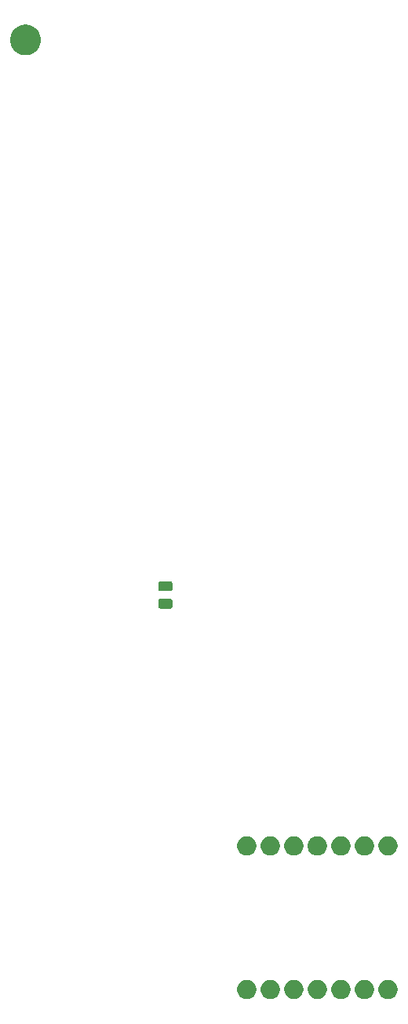
<source format=gbr>
G04 #@! TF.GenerationSoftware,KiCad,Pcbnew,(5.1.2)-1*
G04 #@! TF.CreationDate,2022-09-26T01:02:19+09:00*
G04 #@! TF.ProjectId,gopher_jump_xiao,676f7068-6572-45f6-9a75-6d705f786961,rev?*
G04 #@! TF.SameCoordinates,Original*
G04 #@! TF.FileFunction,Soldermask,Bot*
G04 #@! TF.FilePolarity,Negative*
%FSLAX46Y46*%
G04 Gerber Fmt 4.6, Leading zero omitted, Abs format (unit mm)*
G04 Created by KiCad (PCBNEW (5.1.2)-1) date 2022-09-26 01:02:19*
%MOMM*%
%LPD*%
G04 APERTURE LIST*
%ADD10C,0.100000*%
G04 APERTURE END LIST*
D10*
G36*
X107247725Y-149712040D02*
G01*
X107413104Y-149780542D01*
X107437248Y-149790543D01*
X107607814Y-149904512D01*
X107752868Y-150049566D01*
X107866837Y-150220132D01*
X107945340Y-150409655D01*
X107985360Y-150610851D01*
X107985360Y-150815989D01*
X107945340Y-151017185D01*
X107866837Y-151206708D01*
X107752868Y-151377274D01*
X107607814Y-151522328D01*
X107437248Y-151636297D01*
X107437247Y-151636298D01*
X107437246Y-151636298D01*
X107247725Y-151714800D01*
X107046530Y-151754820D01*
X106841390Y-151754820D01*
X106640195Y-151714800D01*
X106450674Y-151636298D01*
X106450673Y-151636298D01*
X106450672Y-151636297D01*
X106280106Y-151522328D01*
X106135052Y-151377274D01*
X106021083Y-151206708D01*
X105942580Y-151017185D01*
X105902560Y-150815989D01*
X105902560Y-150610851D01*
X105942580Y-150409655D01*
X106021083Y-150220132D01*
X106135052Y-150049566D01*
X106280106Y-149904512D01*
X106450672Y-149790543D01*
X106474817Y-149780542D01*
X106640195Y-149712040D01*
X106841390Y-149672020D01*
X107046530Y-149672020D01*
X107247725Y-149712040D01*
X107247725Y-149712040D01*
G37*
G36*
X109787725Y-149712040D02*
G01*
X109953104Y-149780542D01*
X109977248Y-149790543D01*
X110147814Y-149904512D01*
X110292868Y-150049566D01*
X110406837Y-150220132D01*
X110485340Y-150409655D01*
X110525360Y-150610851D01*
X110525360Y-150815989D01*
X110485340Y-151017185D01*
X110406837Y-151206708D01*
X110292868Y-151377274D01*
X110147814Y-151522328D01*
X109977248Y-151636297D01*
X109977247Y-151636298D01*
X109977246Y-151636298D01*
X109787725Y-151714800D01*
X109586530Y-151754820D01*
X109381390Y-151754820D01*
X109180195Y-151714800D01*
X108990674Y-151636298D01*
X108990673Y-151636298D01*
X108990672Y-151636297D01*
X108820106Y-151522328D01*
X108675052Y-151377274D01*
X108561083Y-151206708D01*
X108482580Y-151017185D01*
X108442560Y-150815989D01*
X108442560Y-150610851D01*
X108482580Y-150409655D01*
X108561083Y-150220132D01*
X108675052Y-150049566D01*
X108820106Y-149904512D01*
X108990672Y-149790543D01*
X109014817Y-149780542D01*
X109180195Y-149712040D01*
X109381390Y-149672020D01*
X109586530Y-149672020D01*
X109787725Y-149712040D01*
X109787725Y-149712040D01*
G37*
G36*
X117417725Y-149712040D02*
G01*
X117583104Y-149780542D01*
X117607248Y-149790543D01*
X117777814Y-149904512D01*
X117922868Y-150049566D01*
X118036837Y-150220132D01*
X118115340Y-150409655D01*
X118155360Y-150610851D01*
X118155360Y-150815989D01*
X118115340Y-151017185D01*
X118036837Y-151206708D01*
X117922868Y-151377274D01*
X117777814Y-151522328D01*
X117607248Y-151636297D01*
X117607247Y-151636298D01*
X117607246Y-151636298D01*
X117417725Y-151714800D01*
X117216530Y-151754820D01*
X117011390Y-151754820D01*
X116810195Y-151714800D01*
X116620674Y-151636298D01*
X116620673Y-151636298D01*
X116620672Y-151636297D01*
X116450106Y-151522328D01*
X116305052Y-151377274D01*
X116191083Y-151206708D01*
X116112580Y-151017185D01*
X116072560Y-150815989D01*
X116072560Y-150610851D01*
X116112580Y-150409655D01*
X116191083Y-150220132D01*
X116305052Y-150049566D01*
X116450106Y-149904512D01*
X116620672Y-149790543D01*
X116644817Y-149780542D01*
X116810195Y-149712040D01*
X117011390Y-149672020D01*
X117216530Y-149672020D01*
X117417725Y-149712040D01*
X117417725Y-149712040D01*
G37*
G36*
X122487725Y-149712040D02*
G01*
X122653104Y-149780542D01*
X122677248Y-149790543D01*
X122847814Y-149904512D01*
X122992868Y-150049566D01*
X123106837Y-150220132D01*
X123185340Y-150409655D01*
X123225360Y-150610851D01*
X123225360Y-150815989D01*
X123185340Y-151017185D01*
X123106837Y-151206708D01*
X122992868Y-151377274D01*
X122847814Y-151522328D01*
X122677248Y-151636297D01*
X122677247Y-151636298D01*
X122677246Y-151636298D01*
X122487725Y-151714800D01*
X122286530Y-151754820D01*
X122081390Y-151754820D01*
X121880195Y-151714800D01*
X121690674Y-151636298D01*
X121690673Y-151636298D01*
X121690672Y-151636297D01*
X121520106Y-151522328D01*
X121375052Y-151377274D01*
X121261083Y-151206708D01*
X121182580Y-151017185D01*
X121142560Y-150815989D01*
X121142560Y-150610851D01*
X121182580Y-150409655D01*
X121261083Y-150220132D01*
X121375052Y-150049566D01*
X121520106Y-149904512D01*
X121690672Y-149790543D01*
X121714817Y-149780542D01*
X121880195Y-149712040D01*
X122081390Y-149672020D01*
X122286530Y-149672020D01*
X122487725Y-149712040D01*
X122487725Y-149712040D01*
G37*
G36*
X119957725Y-149712040D02*
G01*
X120123104Y-149780542D01*
X120147248Y-149790543D01*
X120317814Y-149904512D01*
X120462868Y-150049566D01*
X120576837Y-150220132D01*
X120655340Y-150409655D01*
X120695360Y-150610851D01*
X120695360Y-150815989D01*
X120655340Y-151017185D01*
X120576837Y-151206708D01*
X120462868Y-151377274D01*
X120317814Y-151522328D01*
X120147248Y-151636297D01*
X120147247Y-151636298D01*
X120147246Y-151636298D01*
X119957725Y-151714800D01*
X119756530Y-151754820D01*
X119551390Y-151754820D01*
X119350195Y-151714800D01*
X119160674Y-151636298D01*
X119160673Y-151636298D01*
X119160672Y-151636297D01*
X118990106Y-151522328D01*
X118845052Y-151377274D01*
X118731083Y-151206708D01*
X118652580Y-151017185D01*
X118612560Y-150815989D01*
X118612560Y-150610851D01*
X118652580Y-150409655D01*
X118731083Y-150220132D01*
X118845052Y-150049566D01*
X118990106Y-149904512D01*
X119160672Y-149790543D01*
X119184817Y-149780542D01*
X119350195Y-149712040D01*
X119551390Y-149672020D01*
X119756530Y-149672020D01*
X119957725Y-149712040D01*
X119957725Y-149712040D01*
G37*
G36*
X112337725Y-149702040D02*
G01*
X112527248Y-149780543D01*
X112697814Y-149894512D01*
X112842868Y-150039566D01*
X112956837Y-150210132D01*
X113035340Y-150399655D01*
X113075360Y-150600851D01*
X113075360Y-150805989D01*
X113035340Y-151007185D01*
X112956837Y-151196708D01*
X112842868Y-151367274D01*
X112697814Y-151512328D01*
X112527248Y-151626297D01*
X112527247Y-151626298D01*
X112527246Y-151626298D01*
X112337725Y-151704800D01*
X112136530Y-151744820D01*
X111931390Y-151744820D01*
X111730195Y-151704800D01*
X111540674Y-151626298D01*
X111540673Y-151626298D01*
X111540672Y-151626297D01*
X111370106Y-151512328D01*
X111225052Y-151367274D01*
X111111083Y-151196708D01*
X111032580Y-151007185D01*
X110992560Y-150805989D01*
X110992560Y-150600851D01*
X111032580Y-150399655D01*
X111111083Y-150210132D01*
X111225052Y-150039566D01*
X111370106Y-149894512D01*
X111540672Y-149780543D01*
X111730195Y-149702040D01*
X111931390Y-149662020D01*
X112136530Y-149662020D01*
X112337725Y-149702040D01*
X112337725Y-149702040D01*
G37*
G36*
X114867725Y-149702040D02*
G01*
X115057248Y-149780543D01*
X115227814Y-149894512D01*
X115372868Y-150039566D01*
X115486837Y-150210132D01*
X115565340Y-150399655D01*
X115605360Y-150600851D01*
X115605360Y-150805989D01*
X115565340Y-151007185D01*
X115486837Y-151196708D01*
X115372868Y-151367274D01*
X115227814Y-151512328D01*
X115057248Y-151626297D01*
X115057247Y-151626298D01*
X115057246Y-151626298D01*
X114867725Y-151704800D01*
X114666530Y-151744820D01*
X114461390Y-151744820D01*
X114260195Y-151704800D01*
X114070674Y-151626298D01*
X114070673Y-151626298D01*
X114070672Y-151626297D01*
X113900106Y-151512328D01*
X113755052Y-151367274D01*
X113641083Y-151196708D01*
X113562580Y-151007185D01*
X113522560Y-150805989D01*
X113522560Y-150600851D01*
X113562580Y-150399655D01*
X113641083Y-150210132D01*
X113755052Y-150039566D01*
X113900106Y-149894512D01*
X114070672Y-149780543D01*
X114260195Y-149702040D01*
X114461390Y-149662020D01*
X114666530Y-149662020D01*
X114867725Y-149702040D01*
X114867725Y-149702040D01*
G37*
G36*
X119947725Y-134212040D02*
G01*
X120113104Y-134280542D01*
X120137248Y-134290543D01*
X120307814Y-134404512D01*
X120452868Y-134549566D01*
X120566837Y-134720132D01*
X120645340Y-134909655D01*
X120685360Y-135110851D01*
X120685360Y-135315989D01*
X120645340Y-135517185D01*
X120566837Y-135706708D01*
X120452868Y-135877274D01*
X120307814Y-136022328D01*
X120137248Y-136136297D01*
X120137247Y-136136298D01*
X120137246Y-136136298D01*
X119947725Y-136214800D01*
X119746530Y-136254820D01*
X119541390Y-136254820D01*
X119340195Y-136214800D01*
X119150674Y-136136298D01*
X119150673Y-136136298D01*
X119150672Y-136136297D01*
X118980106Y-136022328D01*
X118835052Y-135877274D01*
X118721083Y-135706708D01*
X118642580Y-135517185D01*
X118602560Y-135315989D01*
X118602560Y-135110851D01*
X118642580Y-134909655D01*
X118721083Y-134720132D01*
X118835052Y-134549566D01*
X118980106Y-134404512D01*
X119150672Y-134290543D01*
X119174817Y-134280542D01*
X119340195Y-134212040D01*
X119541390Y-134172020D01*
X119746530Y-134172020D01*
X119947725Y-134212040D01*
X119947725Y-134212040D01*
G37*
G36*
X117417725Y-134212040D02*
G01*
X117583104Y-134280542D01*
X117607248Y-134290543D01*
X117777814Y-134404512D01*
X117922868Y-134549566D01*
X118036837Y-134720132D01*
X118115340Y-134909655D01*
X118155360Y-135110851D01*
X118155360Y-135315989D01*
X118115340Y-135517185D01*
X118036837Y-135706708D01*
X117922868Y-135877274D01*
X117777814Y-136022328D01*
X117607248Y-136136297D01*
X117607247Y-136136298D01*
X117607246Y-136136298D01*
X117417725Y-136214800D01*
X117216530Y-136254820D01*
X117011390Y-136254820D01*
X116810195Y-136214800D01*
X116620674Y-136136298D01*
X116620673Y-136136298D01*
X116620672Y-136136297D01*
X116450106Y-136022328D01*
X116305052Y-135877274D01*
X116191083Y-135706708D01*
X116112580Y-135517185D01*
X116072560Y-135315989D01*
X116072560Y-135110851D01*
X116112580Y-134909655D01*
X116191083Y-134720132D01*
X116305052Y-134549566D01*
X116450106Y-134404512D01*
X116620672Y-134290543D01*
X116644817Y-134280542D01*
X116810195Y-134212040D01*
X117011390Y-134172020D01*
X117216530Y-134172020D01*
X117417725Y-134212040D01*
X117417725Y-134212040D01*
G37*
G36*
X107247725Y-134212040D02*
G01*
X107413104Y-134280542D01*
X107437248Y-134290543D01*
X107607814Y-134404512D01*
X107752868Y-134549566D01*
X107866837Y-134720132D01*
X107945340Y-134909655D01*
X107985360Y-135110851D01*
X107985360Y-135315989D01*
X107945340Y-135517185D01*
X107866837Y-135706708D01*
X107752868Y-135877274D01*
X107607814Y-136022328D01*
X107437248Y-136136297D01*
X107437247Y-136136298D01*
X107437246Y-136136298D01*
X107247725Y-136214800D01*
X107046530Y-136254820D01*
X106841390Y-136254820D01*
X106640195Y-136214800D01*
X106450674Y-136136298D01*
X106450673Y-136136298D01*
X106450672Y-136136297D01*
X106280106Y-136022328D01*
X106135052Y-135877274D01*
X106021083Y-135706708D01*
X105942580Y-135517185D01*
X105902560Y-135315989D01*
X105902560Y-135110851D01*
X105942580Y-134909655D01*
X106021083Y-134720132D01*
X106135052Y-134549566D01*
X106280106Y-134404512D01*
X106450672Y-134290543D01*
X106474817Y-134280542D01*
X106640195Y-134212040D01*
X106841390Y-134172020D01*
X107046530Y-134172020D01*
X107247725Y-134212040D01*
X107247725Y-134212040D01*
G37*
G36*
X109797725Y-134212040D02*
G01*
X109963104Y-134280542D01*
X109987248Y-134290543D01*
X110157814Y-134404512D01*
X110302868Y-134549566D01*
X110416837Y-134720132D01*
X110495340Y-134909655D01*
X110535360Y-135110851D01*
X110535360Y-135315989D01*
X110495340Y-135517185D01*
X110416837Y-135706708D01*
X110302868Y-135877274D01*
X110157814Y-136022328D01*
X109987248Y-136136297D01*
X109987247Y-136136298D01*
X109987246Y-136136298D01*
X109797725Y-136214800D01*
X109596530Y-136254820D01*
X109391390Y-136254820D01*
X109190195Y-136214800D01*
X109000674Y-136136298D01*
X109000673Y-136136298D01*
X109000672Y-136136297D01*
X108830106Y-136022328D01*
X108685052Y-135877274D01*
X108571083Y-135706708D01*
X108492580Y-135517185D01*
X108452560Y-135315989D01*
X108452560Y-135110851D01*
X108492580Y-134909655D01*
X108571083Y-134720132D01*
X108685052Y-134549566D01*
X108830106Y-134404512D01*
X109000672Y-134290543D01*
X109024817Y-134280542D01*
X109190195Y-134212040D01*
X109391390Y-134172020D01*
X109596530Y-134172020D01*
X109797725Y-134212040D01*
X109797725Y-134212040D01*
G37*
G36*
X112327725Y-134212040D02*
G01*
X112493104Y-134280542D01*
X112517248Y-134290543D01*
X112687814Y-134404512D01*
X112832868Y-134549566D01*
X112946837Y-134720132D01*
X113025340Y-134909655D01*
X113065360Y-135110851D01*
X113065360Y-135315989D01*
X113025340Y-135517185D01*
X112946837Y-135706708D01*
X112832868Y-135877274D01*
X112687814Y-136022328D01*
X112517248Y-136136297D01*
X112517247Y-136136298D01*
X112517246Y-136136298D01*
X112327725Y-136214800D01*
X112126530Y-136254820D01*
X111921390Y-136254820D01*
X111720195Y-136214800D01*
X111530674Y-136136298D01*
X111530673Y-136136298D01*
X111530672Y-136136297D01*
X111360106Y-136022328D01*
X111215052Y-135877274D01*
X111101083Y-135706708D01*
X111022580Y-135517185D01*
X110982560Y-135315989D01*
X110982560Y-135110851D01*
X111022580Y-134909655D01*
X111101083Y-134720132D01*
X111215052Y-134549566D01*
X111360106Y-134404512D01*
X111530672Y-134290543D01*
X111554817Y-134280542D01*
X111720195Y-134212040D01*
X111921390Y-134172020D01*
X112126530Y-134172020D01*
X112327725Y-134212040D01*
X112327725Y-134212040D01*
G37*
G36*
X114857725Y-134212040D02*
G01*
X115023104Y-134280542D01*
X115047248Y-134290543D01*
X115217814Y-134404512D01*
X115362868Y-134549566D01*
X115476837Y-134720132D01*
X115555340Y-134909655D01*
X115595360Y-135110851D01*
X115595360Y-135315989D01*
X115555340Y-135517185D01*
X115476837Y-135706708D01*
X115362868Y-135877274D01*
X115217814Y-136022328D01*
X115047248Y-136136297D01*
X115047247Y-136136298D01*
X115047246Y-136136298D01*
X114857725Y-136214800D01*
X114656530Y-136254820D01*
X114451390Y-136254820D01*
X114250195Y-136214800D01*
X114060674Y-136136298D01*
X114060673Y-136136298D01*
X114060672Y-136136297D01*
X113890106Y-136022328D01*
X113745052Y-135877274D01*
X113631083Y-135706708D01*
X113552580Y-135517185D01*
X113512560Y-135315989D01*
X113512560Y-135110851D01*
X113552580Y-134909655D01*
X113631083Y-134720132D01*
X113745052Y-134549566D01*
X113890106Y-134404512D01*
X114060672Y-134290543D01*
X114084817Y-134280542D01*
X114250195Y-134212040D01*
X114451390Y-134172020D01*
X114656530Y-134172020D01*
X114857725Y-134212040D01*
X114857725Y-134212040D01*
G37*
G36*
X122487725Y-134202040D02*
G01*
X122677248Y-134280543D01*
X122847814Y-134394512D01*
X122992868Y-134539566D01*
X123106837Y-134710132D01*
X123185340Y-134899655D01*
X123225360Y-135100851D01*
X123225360Y-135305989D01*
X123185340Y-135507185D01*
X123106837Y-135696708D01*
X122992868Y-135867274D01*
X122847814Y-136012328D01*
X122677248Y-136126297D01*
X122677247Y-136126298D01*
X122677246Y-136126298D01*
X122487725Y-136204800D01*
X122286530Y-136244820D01*
X122081390Y-136244820D01*
X121880195Y-136204800D01*
X121690674Y-136126298D01*
X121690673Y-136126298D01*
X121690672Y-136126297D01*
X121520106Y-136012328D01*
X121375052Y-135867274D01*
X121261083Y-135696708D01*
X121182580Y-135507185D01*
X121142560Y-135305989D01*
X121142560Y-135100851D01*
X121182580Y-134899655D01*
X121261083Y-134710132D01*
X121375052Y-134539566D01*
X121520106Y-134394512D01*
X121690672Y-134280543D01*
X121880195Y-134202040D01*
X122081390Y-134162020D01*
X122286530Y-134162020D01*
X122487725Y-134202040D01*
X122487725Y-134202040D01*
G37*
G36*
X98745308Y-108533905D02*
G01*
X98783978Y-108545636D01*
X98819617Y-108564686D01*
X98850857Y-108590323D01*
X98876494Y-108621563D01*
X98895544Y-108657202D01*
X98907275Y-108695872D01*
X98911840Y-108742228D01*
X98911840Y-109393452D01*
X98907275Y-109439808D01*
X98895544Y-109478478D01*
X98876494Y-109514117D01*
X98850857Y-109545357D01*
X98819617Y-109570994D01*
X98783978Y-109590044D01*
X98745308Y-109601775D01*
X98698952Y-109606340D01*
X97622728Y-109606340D01*
X97576372Y-109601775D01*
X97537702Y-109590044D01*
X97502063Y-109570994D01*
X97470823Y-109545357D01*
X97445186Y-109514117D01*
X97426136Y-109478478D01*
X97414405Y-109439808D01*
X97409840Y-109393452D01*
X97409840Y-108742228D01*
X97414405Y-108695872D01*
X97426136Y-108657202D01*
X97445186Y-108621563D01*
X97470823Y-108590323D01*
X97502063Y-108564686D01*
X97537702Y-108545636D01*
X97576372Y-108533905D01*
X97622728Y-108529340D01*
X98698952Y-108529340D01*
X98745308Y-108533905D01*
X98745308Y-108533905D01*
G37*
G36*
X98745308Y-106658905D02*
G01*
X98783978Y-106670636D01*
X98819617Y-106689686D01*
X98850857Y-106715323D01*
X98876494Y-106746563D01*
X98895544Y-106782202D01*
X98907275Y-106820872D01*
X98911840Y-106867228D01*
X98911840Y-107518452D01*
X98907275Y-107564808D01*
X98895544Y-107603478D01*
X98876494Y-107639117D01*
X98850857Y-107670357D01*
X98819617Y-107695994D01*
X98783978Y-107715044D01*
X98745308Y-107726775D01*
X98698952Y-107731340D01*
X97622728Y-107731340D01*
X97576372Y-107726775D01*
X97537702Y-107715044D01*
X97502063Y-107695994D01*
X97470823Y-107670357D01*
X97445186Y-107639117D01*
X97426136Y-107603478D01*
X97414405Y-107564808D01*
X97409840Y-107518452D01*
X97409840Y-106867228D01*
X97414405Y-106820872D01*
X97426136Y-106782202D01*
X97445186Y-106746563D01*
X97470823Y-106715323D01*
X97502063Y-106689686D01*
X97537702Y-106670636D01*
X97576372Y-106658905D01*
X97622728Y-106654340D01*
X98698952Y-106654340D01*
X98745308Y-106658905D01*
X98745308Y-106658905D01*
G37*
G36*
X83445256Y-46641298D02*
G01*
X83551579Y-46662447D01*
X83852042Y-46786903D01*
X84122451Y-46967585D01*
X84352415Y-47197549D01*
X84533097Y-47467958D01*
X84657553Y-47768421D01*
X84721000Y-48087391D01*
X84721000Y-48412609D01*
X84657553Y-48731579D01*
X84533097Y-49032042D01*
X84352415Y-49302451D01*
X84122451Y-49532415D01*
X83852042Y-49713097D01*
X83551579Y-49837553D01*
X83445256Y-49858702D01*
X83232611Y-49901000D01*
X82907389Y-49901000D01*
X82694744Y-49858702D01*
X82588421Y-49837553D01*
X82287958Y-49713097D01*
X82017549Y-49532415D01*
X81787585Y-49302451D01*
X81606903Y-49032042D01*
X81482447Y-48731579D01*
X81419000Y-48412609D01*
X81419000Y-48087391D01*
X81482447Y-47768421D01*
X81606903Y-47467958D01*
X81787585Y-47197549D01*
X82017549Y-46967585D01*
X82287958Y-46786903D01*
X82588421Y-46662447D01*
X82694744Y-46641298D01*
X82907389Y-46599000D01*
X83232611Y-46599000D01*
X83445256Y-46641298D01*
X83445256Y-46641298D01*
G37*
M02*

</source>
